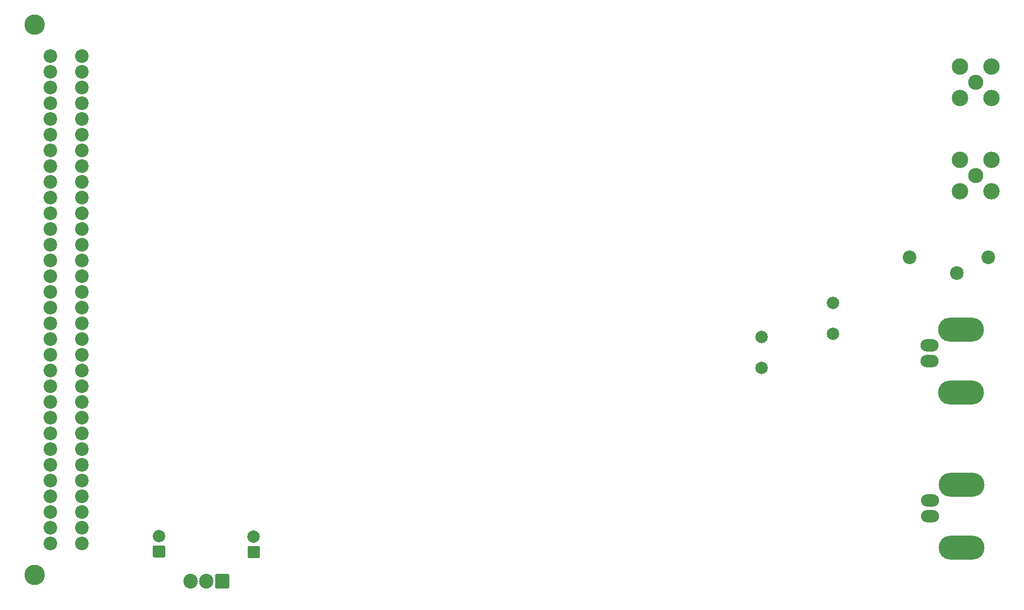
<source format=gbr>
G04 #@! TF.GenerationSoftware,KiCad,Pcbnew,(5.1.9)-1*
G04 #@! TF.CreationDate,2021-03-18T22:18:02+01:00*
G04 #@! TF.ProjectId,PFD_HMC439QS16G,5046445f-484d-4433-9433-395153313647,1.2*
G04 #@! TF.SameCoordinates,Original*
G04 #@! TF.FileFunction,Soldermask,Bot*
G04 #@! TF.FilePolarity,Negative*
%FSLAX46Y46*%
G04 Gerber Fmt 4.6, Leading zero omitted, Abs format (unit mm)*
G04 Created by KiCad (PCBNEW (5.1.9)-1) date 2021-03-18 22:18:02*
%MOMM*%
%LPD*%
G01*
G04 APERTURE LIST*
%ADD10C,2.450000*%
%ADD11C,2.650000*%
%ADD12C,2.200000*%
%ADD13C,2.000000*%
%ADD14C,3.300000*%
%ADD15O,2.305000X2.400000*%
%ADD16O,2.900000X2.000000*%
%ADD17O,7.400000X3.900000*%
G04 APERTURE END LIST*
D10*
X224600000Y-80000000D03*
D11*
X227140000Y-82540000D03*
X227140000Y-77460000D03*
X222060000Y-77460000D03*
X222060000Y-82540000D03*
X222060000Y-67440000D03*
X222060000Y-62360000D03*
X227140000Y-62360000D03*
X227140000Y-67440000D03*
D10*
X224600000Y-64900000D03*
D12*
X213900000Y-93200000D03*
X221520000Y-95740000D03*
X226600000Y-93200000D03*
D13*
X108100000Y-138300000D03*
G36*
G01*
X108900000Y-141800000D02*
X107300000Y-141800000D01*
G75*
G02*
X107100000Y-141600000I0J200000D01*
G01*
X107100000Y-140000000D01*
G75*
G02*
X107300000Y-139800000I200000J0D01*
G01*
X108900000Y-139800000D01*
G75*
G02*
X109100000Y-140000000I0J-200000D01*
G01*
X109100000Y-141600000D01*
G75*
G02*
X108900000Y-141800000I-200000J0D01*
G01*
G37*
G36*
G01*
X93600000Y-141700000D02*
X92000000Y-141700000D01*
G75*
G02*
X91800000Y-141500000I0J200000D01*
G01*
X91800000Y-139900000D01*
G75*
G02*
X92000000Y-139700000I200000J0D01*
G01*
X93600000Y-139700000D01*
G75*
G02*
X93800000Y-139900000I0J-200000D01*
G01*
X93800000Y-141500000D01*
G75*
G02*
X93600000Y-141700000I-200000J0D01*
G01*
G37*
X92800000Y-138200000D03*
D14*
X72750000Y-144450000D03*
X72750000Y-55550000D03*
D12*
X80370000Y-60630000D03*
X80370000Y-63170000D03*
X80370000Y-65710000D03*
X80370000Y-68250000D03*
X80370000Y-70790000D03*
X80370000Y-73330000D03*
X80370000Y-75870000D03*
X80370000Y-78410000D03*
X80370000Y-80950000D03*
X80370000Y-83490000D03*
X80370000Y-86030000D03*
X80370000Y-88570000D03*
X80370000Y-91110000D03*
X80370000Y-93650000D03*
X80370000Y-96190000D03*
X80370000Y-98730000D03*
X80370000Y-101270000D03*
X80370000Y-103810000D03*
X80370000Y-106350000D03*
X80370000Y-108890000D03*
X80370000Y-111430000D03*
X80370000Y-113970000D03*
X80370000Y-116510000D03*
X80370000Y-119050000D03*
X80370000Y-121590000D03*
X80370000Y-124130000D03*
X80370000Y-126670000D03*
X80370000Y-129210000D03*
X80370000Y-134290000D03*
X80370000Y-131750000D03*
X80370000Y-136830000D03*
X80370000Y-139370000D03*
X75290000Y-60630000D03*
X75290000Y-63170000D03*
X75290000Y-65710000D03*
X75290000Y-68250000D03*
X75290000Y-70790000D03*
X75290000Y-73330000D03*
X75290000Y-75870000D03*
X75290000Y-78410000D03*
X75290000Y-80950000D03*
X75290000Y-83490000D03*
X75290000Y-86030000D03*
X75290000Y-88570000D03*
X75290000Y-91110000D03*
X75290000Y-93650000D03*
X75290000Y-96190000D03*
X75290000Y-98730000D03*
X75290000Y-101270000D03*
X75290000Y-103810000D03*
X75290000Y-106350000D03*
X75290000Y-108890000D03*
X75290000Y-111430000D03*
X75290000Y-113970000D03*
X75290000Y-116510000D03*
X75290000Y-119050000D03*
X75290000Y-121590000D03*
X75290000Y-124130000D03*
X75290000Y-126670000D03*
X75290000Y-129210000D03*
X75290000Y-134290000D03*
X75290000Y-131750000D03*
X75290000Y-136830000D03*
X75290000Y-139370000D03*
G36*
G01*
X104152500Y-144500000D02*
X104152500Y-146500000D01*
G75*
G02*
X103952500Y-146700000I-200000J0D01*
G01*
X102047500Y-146700000D01*
G75*
G02*
X101847500Y-146500000I0J200000D01*
G01*
X101847500Y-144500000D01*
G75*
G02*
X102047500Y-144300000I200000J0D01*
G01*
X103952500Y-144300000D01*
G75*
G02*
X104152500Y-144500000I0J-200000D01*
G01*
G37*
D15*
X100460000Y-145500000D03*
X97920000Y-145500000D03*
D16*
X217200000Y-132460000D03*
X217200000Y-135000000D03*
D17*
X222280000Y-140080000D03*
X222280000Y-129920000D03*
X222180000Y-104820000D03*
X222180000Y-114980000D03*
D16*
X217100000Y-109900000D03*
X217100000Y-107360000D03*
D13*
X201500000Y-105500000D03*
X201500000Y-100500000D03*
X190000000Y-106000000D03*
X190000000Y-111000000D03*
M02*

</source>
